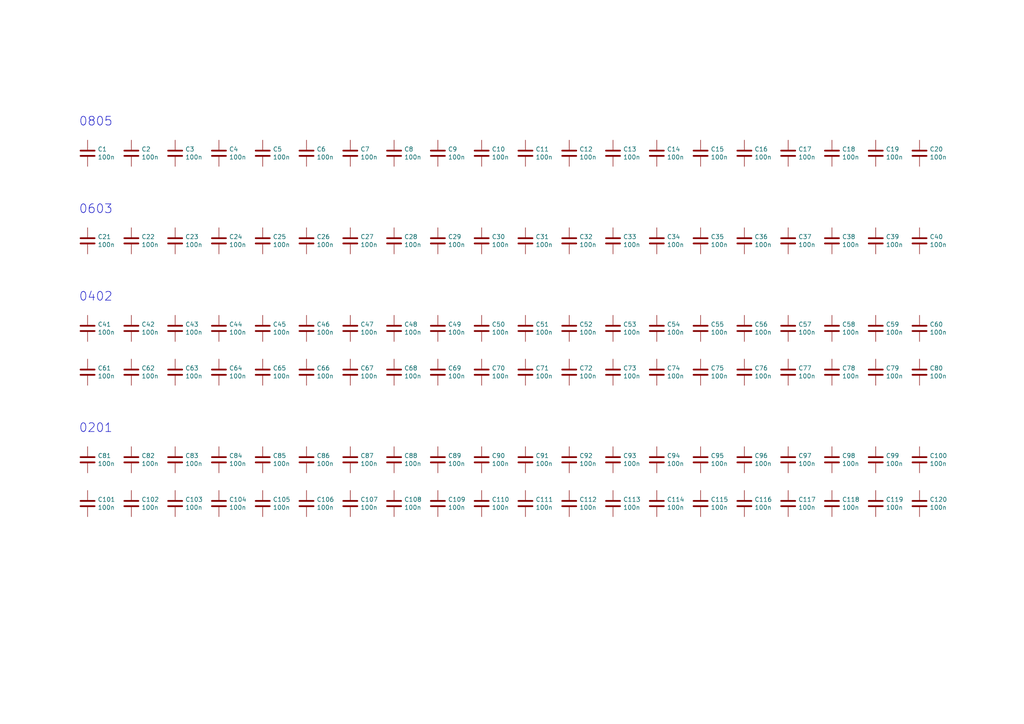
<source format=kicad_sch>
(kicad_sch (version 20231120) (generator "eeschema") (generator_version "8.0")
  (paper "A4")
  (lib_symbols
    (symbol "Device:C" (pin_numbers hide) (pin_names (offset 0.254))
      (property "Reference" "C" (at 0.635 2.54 0))
      (property "Value" "C" (at 0.635 -2.54 0))
      (symbol "C_0_1"
        (polyline (pts (xy -2.032 -0.762) (xy 2.032 -0.762)) (stroke (width 0.508)))
        (polyline (pts (xy -2.032 0.762) (xy 2.032 0.762)) (stroke (width 0.508)))
      )
      (symbol "C_1_1"
        (pin passive line (at 0 3.81 270) (length 2.794) (name "~") (number "1"))
        (pin passive line (at 0 -3.81 90) (length 2.794) (name "~") (number "2"))
      )
    )
  )
  (text "0201" (at 22.86 125.73 0) (effects (font (size 2.54 2.54)) (justify left bottom)))
  (text "0603" (at 22.86 62.23 0) (effects (font (size 2.54 2.54)) (justify left bottom)))
  (text "0402" (at 22.86 87.63 0) (effects (font (size 2.54 2.54)) (justify left bottom)))
  (text "0805" (at 22.86 36.83 0) (effects (font (size 2.54 2.54)) (justify left bottom)))
  (symbol (lib_id "Device:C") (at 25.4 44.45 0) (unit 1)
    (property "Reference" "C1" (at 28.321 43.2816 0) (effects (justify left)))
    (property "Value" "100n" (at 28.321 45.593 0) (effects (justify left)))
    (property "Footprint" "Capacitor_SMD:C_0805_2012Metric" (effects (hide yes)))
  )
  (symbol (lib_id "Device:C") (at 38.1 44.45 0) (unit 1)
    (property "Reference" "C2" (at 41.021 43.2816 0) (effects (justify left)))
    (property "Value" "100n" (at 41.021 45.593 0) (effects (justify left)))
    (property "Footprint" "Capacitor_SMD:C_0805_2012Metric" (effects (hide yes)))
  )
  (symbol (lib_id "Device:C") (at 50.8 44.45 0) (unit 1)
    (property "Reference" "C3" (at 53.721 43.2816 0) (effects (justify left)))
    (property "Value" "100n" (at 53.721 45.593 0) (effects (justify left)))
    (property "Footprint" "Capacitor_SMD:C_0805_2012Metric" (effects (hide yes)))
  )
  (symbol (lib_id "Device:C") (at 63.5 44.45 0) (unit 1)
    (property "Reference" "C4" (at 66.421 43.2816 0) (effects (justify left)))
    (property "Value" "100n" (at 66.421 45.593 0) (effects (justify left)))
    (property "Footprint" "Capacitor_SMD:C_0805_2012Metric" (effects (hide yes)))
  )
  (symbol (lib_id "Device:C") (at 76.2 44.45 0) (unit 1)
    (property "Reference" "C5" (at 79.121 43.2816 0) (effects (justify left)))
    (property "Value" "100n" (at 79.121 45.593 0) (effects (justify left)))
    (property "Footprint" "Capacitor_SMD:C_0805_2012Metric" (effects (hide yes)))
  )
  (symbol (lib_id "Device:C") (at 88.9 44.45 0) (unit 1)
    (property "Reference" "C6" (at 91.821 43.2816 0) (effects (justify left)))
    (property "Value" "100n" (at 91.821 45.593 0) (effects (justify left)))
    (property "Footprint" "Capacitor_SMD:C_0805_2012Metric" (effects (hide yes)))
  )
  (symbol (lib_id "Device:C") (at 101.6 44.45 0) (unit 1)
    (property "Reference" "C7" (at 104.521 43.2816 0) (effects (justify left)))
    (property "Value" "100n" (at 104.521 45.593 0) (effects (justify left)))
    (property "Footprint" "Capacitor_SMD:C_0805_2012Metric" (effects (hide yes)))
  )
  (symbol (lib_id "Device:C") (at 114.3 44.45 0) (unit 1)
    (property "Reference" "C8" (at 117.221 43.2816 0) (effects (justify left)))
    (property "Value" "100n" (at 117.221 45.593 0) (effects (justify left)))
    (property "Footprint" "Capacitor_SMD:C_0805_2012Metric" (effects (hide yes)))
  )
  (symbol (lib_id "Device:C") (at 127 44.45 0) (unit 1)
    (property "Reference" "C9" (at 129.921 43.2816 0) (effects (justify left)))
    (property "Value" "100n" (at 129.921 45.593 0) (effects (justify left)))
    (property "Footprint" "Capacitor_SMD:C_0805_2012Metric" (effects (hide yes)))
  )
  (symbol (lib_id "Device:C") (at 139.7 44.45 0) (unit 1)
    (property "Reference" "C10" (at 142.621 43.2816 0) (effects (justify left)))
    (property "Value" "100n" (at 142.621 45.593 0) (effects (justify left)))
    (property "Footprint" "Capacitor_SMD:C_0805_2012Metric" (effects (hide yes)))
  )
  (symbol (lib_id "Device:C") (at 152.4 44.45 0) (unit 1)
    (property "Reference" "C11" (at 155.321 43.2816 0) (effects (justify left)))
    (property "Value" "100n" (at 155.321 45.593 0) (effects (justify left)))
    (property "Footprint" "Capacitor_SMD:C_0805_2012Metric" (effects (hide yes)))
  )
  (symbol (lib_id "Device:C") (at 165.1 44.45 0) (unit 1)
    (property "Reference" "C12" (at 168.021 43.2816 0) (effects (justify left)))
    (property "Value" "100n" (at 168.021 45.593 0) (effects (justify left)))
    (property "Footprint" "Capacitor_SMD:C_0805_2012Metric" (effects (hide yes)))
  )
  (symbol (lib_id "Device:C") (at 177.8 44.45 0) (unit 1)
    (property "Reference" "C13" (at 180.721 43.2816 0) (effects (justify left)))
    (property "Value" "100n" (at 180.721 45.593 0) (effects (justify left)))
    (property "Footprint" "Capacitor_SMD:C_0805_2012Metric" (effects (hide yes)))
  )
  (symbol (lib_id "Device:C") (at 190.5 44.45 0) (unit 1)
    (property "Reference" "C14" (at 193.421 43.2816 0) (effects (justify left)))
    (property "Value" "100n" (at 193.421 45.593 0) (effects (justify left)))
    (property "Footprint" "Capacitor_SMD:C_0805_2012Metric" (effects (hide yes)))
  )
  (symbol (lib_id "Device:C") (at 203.2 44.45 0) (unit 1)
    (property "Reference" "C15" (at 206.121 43.2816 0) (effects (justify left)))
    (property "Value" "100n" (at 206.121 45.593 0) (effects (justify left)))
    (property "Footprint" "Capacitor_SMD:C_0805_2012Metric" (effects (hide yes)))
  )
  (symbol (lib_id "Device:C") (at 215.9 44.45 0) (unit 1)
    (property "Reference" "C16" (at 218.821 43.2816 0) (effects (justify left)))
    (property "Value" "100n" (at 218.821 45.593 0) (effects (justify left)))
    (property "Footprint" "Capacitor_SMD:C_0805_2012Metric" (effects (hide yes)))
  )
  (symbol (lib_id "Device:C") (at 228.6 44.45 0) (unit 1)
    (property "Reference" "C17" (at 231.521 43.2816 0) (effects (justify left)))
    (property "Value" "100n" (at 231.521 45.593 0) (effects (justify left)))
    (property "Footprint" "Capacitor_SMD:C_0805_2012Metric" (effects (hide yes)))
  )
  (symbol (lib_id "Device:C") (at 241.3 44.45 0) (unit 1)
    (property "Reference" "C18" (at 244.221 43.2816 0) (effects (justify left)))
    (property "Value" "100n" (at 244.221 45.593 0) (effects (justify left)))
    (property "Footprint" "Capacitor_SMD:C_0805_2012Metric" (effects (hide yes)))
  )
  (symbol (lib_id "Device:C") (at 254 44.45 0) (unit 1)
    (property "Reference" "C19" (at 256.921 43.2816 0) (effects (justify left)))
    (property "Value" "100n" (at 256.921 45.593 0) (effects (justify left)))
    (property "Footprint" "Capacitor_SMD:C_0805_2012Metric" (effects (hide yes)))
  )
  (symbol (lib_id "Device:C") (at 266.7 44.45 0) (unit 1)
    (property "Reference" "C20" (at 269.621 43.2816 0) (effects (justify left)))
    (property "Value" "100n" (at 269.621 45.593 0) (effects (justify left)))
    (property "Footprint" "Capacitor_SMD:C_0805_2012Metric" (effects (hide yes)))
  )
  (symbol (lib_id "Device:C") (at 25.4 69.85 0) (unit 1)
    (property "Reference" "C21" (at 28.321 68.6816 0) (effects (justify left)))
    (property "Value" "100n" (at 28.321 70.993 0) (effects (justify left)))
    (property "Footprint" "Capacitor_SMD:C_0603_1608Metric" (effects (hide yes)))
  )
  (symbol (lib_id "Device:C") (at 38.1 69.85 0) (unit 1)
    (property "Reference" "C22" (at 41.021 68.6816 0) (effects (justify left)))
    (property "Value" "100n" (at 41.021 70.993 0) (effects (justify left)))
    (property "Footprint" "Capacitor_SMD:C_0603_1608Metric" (effects (hide yes)))
  )
  (symbol (lib_id "Device:C") (at 50.8 69.85 0) (unit 1)
    (property "Reference" "C23" (at 53.721 68.6816 0) (effects (justify left)))
    (property "Value" "100n" (at 53.721 70.993 0) (effects (justify left)))
    (property "Footprint" "Capacitor_SMD:C_0603_1608Metric" (effects (hide yes)))
  )
  (symbol (lib_id "Device:C") (at 63.5 69.85 0) (unit 1)
    (property "Reference" "C24" (at 66.421 68.6816 0) (effects (justify left)))
    (property "Value" "100n" (at 66.421 70.993 0) (effects (justify left)))
    (property "Footprint" "Capacitor_SMD:C_0603_1608Metric" (effects (hide yes)))
  )
  (symbol (lib_id "Device:C") (at 76.2 69.85 0) (unit 1)
    (property "Reference" "C25" (at 79.121 68.6816 0) (effects (justify left)))
    (property "Value" "100n" (at 79.121 70.993 0) (effects (justify left)))
    (property "Footprint" "Capacitor_SMD:C_0603_1608Metric" (effects (hide yes)))
  )
  (symbol (lib_id "Device:C") (at 88.9 69.85 0) (unit 1)
    (property "Reference" "C26" (at 91.821 68.6816 0) (effects (justify left)))
    (property "Value" "100n" (at 91.821 70.993 0) (effects (justify left)))
    (property "Footprint" "Capacitor_SMD:C_0603_1608Metric" (effects (hide yes)))
  )
  (symbol (lib_id "Device:C") (at 101.6 69.85 0) (unit 1)
    (property "Reference" "C27" (at 104.521 68.6816 0) (effects (justify left)))
    (property "Value" "100n" (at 104.521 70.993 0) (effects (justify left)))
    (property "Footprint" "Capacitor_SMD:C_0603_1608Metric" (effects (hide yes)))
  )
  (symbol (lib_id "Device:C") (at 114.3 69.85 0) (unit 1)
    (property "Reference" "C28" (at 117.221 68.6816 0) (effects (justify left)))
    (property "Value" "100n" (at 117.221 70.993 0) (effects (justify left)))
    (property "Footprint" "Capacitor_SMD:C_0603_1608Metric" (effects (hide yes)))
  )
  (symbol (lib_id "Device:C") (at 127 69.85 0) (unit 1)
    (property "Reference" "C29" (at 129.921 68.6816 0) (effects (justify left)))
    (property "Value" "100n" (at 129.921 70.993 0) (effects (justify left)))
    (property "Footprint" "Capacitor_SMD:C_0603_1608Metric" (effects (hide yes)))
  )
  (symbol (lib_id "Device:C") (at 139.7 69.85 0) (unit 1)
    (property "Reference" "C30" (at 142.621 68.6816 0) (effects (justify left)))
    (property "Value" "100n" (at 142.621 70.993 0) (effects (justify left)))
    (property "Footprint" "Capacitor_SMD:C_0603_1608Metric" (effects (hide yes)))
  )
  (symbol (lib_id "Device:C") (at 152.4 69.85 0) (unit 1)
    (property "Reference" "C31" (at 155.321 68.6816 0) (effects (justify left)))
    (property "Value" "100n" (at 155.321 70.993 0) (effects (justify left)))
    (property "Footprint" "Capacitor_SMD:C_0603_1608Metric" (effects (hide yes)))
  )
  (symbol (lib_id "Device:C") (at 165.1 69.85 0) (unit 1)
    (property "Reference" "C32" (at 168.021 68.6816 0) (effects (justify left)))
    (property "Value" "100n" (at 168.021 70.993 0) (effects (justify left)))
    (property "Footprint" "Capacitor_SMD:C_0603_1608Metric" (effects (hide yes)))
  )
  (symbol (lib_id "Device:C") (at 177.8 69.85 0) (unit 1)
    (property "Reference" "C33" (at 180.721 68.6816 0) (effects (justify left)))
    (property "Value" "100n" (at 180.721 70.993 0) (effects (justify left)))
    (property "Footprint" "Capacitor_SMD:C_0603_1608Metric" (effects (hide yes)))
  )
  (symbol (lib_id "Device:C") (at 190.5 69.85 0) (unit 1)
    (property "Reference" "C34" (at 193.421 68.6816 0) (effects (justify left)))
    (property "Value" "100n" (at 193.421 70.993 0) (effects (justify left)))
    (property "Footprint" "Capacitor_SMD:C_0603_1608Metric" (effects (hide yes)))
  )
  (symbol (lib_id "Device:C") (at 203.2 69.85 0) (unit 1)
    (property "Reference" "C35" (at 206.121 68.6816 0) (effects (justify left)))
    (property "Value" "100n" (at 206.121 70.993 0) (effects (justify left)))
    (property "Footprint" "Capacitor_SMD:C_0603_1608Metric" (effects (hide yes)))
  )
  (symbol (lib_id "Device:C") (at 215.9 69.85 0) (unit 1)
    (property "Reference" "C36" (at 218.821 68.6816 0) (effects (justify left)))
    (property "Value" "100n" (at 218.821 70.993 0) (effects (justify left)))
    (property "Footprint" "Capacitor_SMD:C_0603_1608Metric" (effects (hide yes)))
  )
  (symbol (lib_id "Device:C") (at 228.6 69.85 0) (unit 1)
    (property "Reference" "C37" (at 231.521 68.6816 0) (effects (justify left)))
    (property "Value" "100n" (at 231.521 70.993 0) (effects (justify left)))
    (property "Footprint" "Capacitor_SMD:C_0603_1608Metric" (effects (hide yes)))
  )
  (symbol (lib_id "Device:C") (at 241.3 69.85 0) (unit 1)
    (property "Reference" "C38" (at 244.221 68.6816 0) (effects (justify left)))
    (property "Value" "100n" (at 244.221 70.993 0) (effects (justify left)))
    (property "Footprint" "Capacitor_SMD:C_0603_1608Metric" (effects (hide yes)))
  )
  (symbol (lib_id "Device:C") (at 254 69.85 0) (unit 1)
    (property "Reference" "C39" (at 256.921 68.6816 0) (effects (justify left)))
    (property "Value" "100n" (at 256.921 70.993 0) (effects (justify left)))
    (property "Footprint" "Capacitor_SMD:C_0603_1608Metric" (effects (hide yes)))
  )
  (symbol (lib_id "Device:C") (at 266.7 69.85 0) (unit 1)
    (property "Reference" "C40" (at 269.621 68.6816 0) (effects (justify left)))
    (property "Value" "100n" (at 269.621 70.993 0) (effects (justify left)))
    (property "Footprint" "Capacitor_SMD:C_0603_1608Metric" (effects (hide yes)))
  )
  (symbol (lib_id "Device:C") (at 25.4 95.25 0) (unit 1)
    (property "Reference" "C41" (at 28.321 94.0816 0) (effects (justify left)))
    (property "Value" "100n" (at 28.321 96.393 0) (effects (justify left)))
    (property "Footprint" "Capacitor_SMD:C_0402_1005Metric" (effects (hide yes)))
  )
  (symbol (lib_id "Device:C") (at 38.1 95.25 0) (unit 1)
    (property "Reference" "C42" (at 41.021 94.0816 0) (effects (justify left)))
    (property "Value" "100n" (at 41.021 96.393 0) (effects (justify left)))
    (property "Footprint" "Capacitor_SMD:C_0402_1005Metric" (effects (hide yes)))
  )
  (symbol (lib_id "Device:C") (at 50.8 95.25 0) (unit 1)
    (property "Reference" "C43" (at 53.721 94.0816 0) (effects (justify left)))
    (property "Value" "100n" (at 53.721 96.393 0) (effects (justify left)))
    (property "Footprint" "Capacitor_SMD:C_0402_1005Metric" (effects (hide yes)))
  )
  (symbol (lib_id "Device:C") (at 63.5 95.25 0) (unit 1)
    (property "Reference" "C44" (at 66.421 94.0816 0) (effects (justify left)))
    (property "Value" "100n" (at 66.421 96.393 0) (effects (justify left)))
    (property "Footprint" "Capacitor_SMD:C_0402_1005Metric" (effects (hide yes)))
  )
  (symbol (lib_id "Device:C") (at 76.2 95.25 0) (unit 1)
    (property "Reference" "C45" (at 79.121 94.0816 0) (effects (justify left)))
    (property "Value" "100n" (at 79.121 96.393 0) (effects (justify left)))
    (property "Footprint" "Capacitor_SMD:C_0402_1005Metric" (effects (hide yes)))
  )
  (symbol (lib_id "Device:C") (at 88.9 95.25 0) (unit 1)
    (property "Reference" "C46" (at 91.821 94.0816 0) (effects (justify left)))
    (property "Value" "100n" (at 91.821 96.393 0) (effects (justify left)))
    (property "Footprint" "Capacitor_SMD:C_0402_1005Metric" (effects (hide yes)))
  )
  (symbol (lib_id "Device:C") (at 101.6 95.25 0) (unit 1)
    (property "Reference" "C47" (at 104.521 94.0816 0) (effects (justify left)))
    (property "Value" "100n" (at 104.521 96.393 0) (effects (justify left)))
    (property "Footprint" "Capacitor_SMD:C_0402_1005Metric" (effects (hide yes)))
  )
  (symbol (lib_id "Device:C") (at 114.3 95.25 0) (unit 1)
    (property "Reference" "C48" (at 117.221 94.0816 0) (effects (justify left)))
    (property "Value" "100n" (at 117.221 96.393 0) (effects (justify left)))
    (property "Footprint" "Capacitor_SMD:C_0402_1005Metric" (effects (hide yes)))
  )
  (symbol (lib_id "Device:C") (at 127 95.25 0) (unit 1)
    (property "Reference" "C49" (at 129.921 94.0816 0) (effects (justify left)))
    (property "Value" "100n" (at 129.921 96.393 0) (effects (justify left)))
    (property "Footprint" "Capacitor_SMD:C_0402_1005Metric" (effects (hide yes)))
  )
  (symbol (lib_id "Device:C") (at 139.7 95.25 0) (unit 1)
    (property "Reference" "C50" (at 142.621 94.0816 0) (effects (justify left)))
    (property "Value" "100n" (at 142.621 96.393 0) (effects (justify left)))
    (property "Footprint" "Capacitor_SMD:C_0402_1005Metric" (effects (hide yes)))
  )
  (symbol (lib_id "Device:C") (at 152.4 95.25 0) (unit 1)
    (property "Reference" "C51" (at 155.321 94.0816 0) (effects (justify left)))
    (property "Value" "100n" (at 155.321 96.393 0) (effects (justify left)))
    (property "Footprint" "Capacitor_SMD:C_0402_1005Metric" (effects (hide yes)))
  )
  (symbol (lib_id "Device:C") (at 165.1 95.25 0) (unit 1)
    (property "Reference" "C52" (at 168.021 94.0816 0) (effects (justify left)))
    (property "Value" "100n" (at 168.021 96.393 0) (effects (justify left)))
    (property "Footprint" "Capacitor_SMD:C_0402_1005Metric" (effects (hide yes)))
  )
  (symbol (lib_id "Device:C") (at 177.8 95.25 0) (unit 1)
    (property "Reference" "C53" (at 180.721 94.0816 0) (effects (justify left)))
    (property "Value" "100n" (at 180.721 96.393 0) (effects (justify left)))
    (property "Footprint" "Capacitor_SMD:C_0402_1005Metric" (effects (hide yes)))
  )
  (symbol (lib_id "Device:C") (at 190.5 95.25 0) (unit 1)
    (property "Reference" "C54" (at 193.421 94.0816 0) (effects (justify left)))
    (property "Value" "100n" (at 193.421 96.393 0) (effects (justify left)))
    (property "Footprint" "Capacitor_SMD:C_0402_1005Metric" (effects (hide yes)))
  )
  (symbol (lib_id "Device:C") (at 203.2 95.25 0) (unit 1)
    (property "Reference" "C55" (at 206.121 94.0816 0) (effects (justify left)))
    (property "Value" "100n" (at 206.121 96.393 0) (effects (justify left)))
    (property "Footprint" "Capacitor_SMD:C_0402_1005Metric" (effects (hide yes)))
  )
  (symbol (lib_id "Device:C") (at 215.9 95.25 0) (unit 1)
    (property "Reference" "C56" (at 218.821 94.0816 0) (effects (justify left)))
    (property "Value" "100n" (at 218.821 96.393 0) (effects (justify left)))
    (property "Footprint" "Capacitor_SMD:C_0402_1005Metric" (effects (hide yes)))
  )
  (symbol (lib_id "Device:C") (at 228.6 95.25 0) (unit 1)
    (property "Reference" "C57" (at 231.521 94.0816 0) (effects (justify left)))
    (property "Value" "100n" (at 231.521 96.393 0) (effects (justify left)))
    (property "Footprint" "Capacitor_SMD:C_0402_1005Metric" (effects (hide yes)))
  )
  (symbol (lib_id "Device:C") (at 241.3 95.25 0) (unit 1)
    (property "Reference" "C58" (at 244.221 94.0816 0) (effects (justify left)))
    (property "Value" "100n" (at 244.221 96.393 0) (effects (justify left)))
    (property "Footprint" "Capacitor_SMD:C_0402_1005Metric" (effects (hide yes)))
  )
  (symbol (lib_id "Device:C") (at 254 95.25 0) (unit 1)
    (property "Reference" "C59" (at 256.921 94.0816 0) (effects (justify left)))
    (property "Value" "100n" (at 256.921 96.393 0) (effects (justify left)))
    (property "Footprint" "Capacitor_SMD:C_0402_1005Metric" (effects (hide yes)))
  )
  (symbol (lib_id "Device:C") (at 266.7 95.25 0) (unit 1)
    (property "Reference" "C60" (at 269.621 94.0816 0) (effects (justify left)))
    (property "Value" "100n" (at 269.621 96.393 0) (effects (justify left)))
    (property "Footprint" "Capacitor_SMD:C_0402_1005Metric" (effects (hide yes)))
  )
  (symbol (lib_id "Device:C") (at 25.4 133.35 0) (unit 1)
    (property "Reference" "C81" (at 28.321 132.1816 0) (effects (justify left)))
    (property "Value" "100n" (at 28.321 134.493 0) (effects (justify left)))
    (property "Footprint" "Capacitor_SMD:C_0201_0603Metric" (effects (hide yes)))
  )
  (symbol (lib_id "Device:C") (at 38.1 133.35 0) (unit 1)
    (property "Reference" "C82" (at 41.021 132.1816 0) (effects (justify left)))
    (property "Value" "100n" (at 41.021 134.493 0) (effects (justify left)))
    (property "Footprint" "Capacitor_SMD:C_0201_0603Metric" (effects (hide yes)))
  )
  (symbol (lib_id "Device:C") (at 50.8 133.35 0) (unit 1)
    (property "Reference" "C83" (at 53.721 132.1816 0) (effects (justify left)))
    (property "Value" "100n" (at 53.721 134.493 0) (effects (justify left)))
    (property "Footprint" "Capacitor_SMD:C_0201_0603Metric" (effects (hide yes)))
  )
  (symbol (lib_id "Device:C") (at 63.5 133.35 0) (unit 1)
    (property "Reference" "C84" (at 66.421 132.1816 0) (effects (justify left)))
    (property "Value" "100n" (at 66.421 134.493 0) (effects (justify left)))
    (property "Footprint" "Capacitor_SMD:C_0201_0603Metric" (effects (hide yes)))
  )
  (symbol (lib_id "Device:C") (at 76.2 133.35 0) (unit 1)
    (property "Reference" "C85" (at 79.121 132.1816 0) (effects (justify left)))
    (property "Value" "100n" (at 79.121 134.493 0) (effects (justify left)))
    (property "Footprint" "Capacitor_SMD:C_0201_0603Metric" (effects (hide yes)))
  )
  (symbol (lib_id "Device:C") (at 88.9 133.35 0) (unit 1)
    (property "Reference" "C86" (at 91.821 132.1816 0) (effects (justify left)))
    (property "Value" "100n" (at 91.821 134.493 0) (effects (justify left)))
    (property "Footprint" "Capacitor_SMD:C_0201_0603Metric" (effects (hide yes)))
  )
  (symbol (lib_id "Device:C") (at 101.6 133.35 0) (unit 1)
    (property "Reference" "C87" (at 104.521 132.1816 0) (effects (justify left)))
    (property "Value" "100n" (at 104.521 134.493 0) (effects (justify left)))
    (property "Footprint" "Capacitor_SMD:C_0201_0603Metric" (effects (hide yes)))
  )
  (symbol (lib_id "Device:C") (at 114.3 133.35 0) (unit 1)
    (property "Reference" "C88" (at 117.221 132.1816 0) (effects (justify left)))
    (property "Value" "100n" (at 117.221 134.493 0) (effects (justify left)))
    (property "Footprint" "Capacitor_SMD:C_0201_0603Metric" (effects (hide yes)))
  )
  (symbol (lib_id "Device:C") (at 127 133.35 0) (unit 1)
    (property "Reference" "C89" (at 129.921 132.1816 0) (effects (justify left)))
    (property "Value" "100n" (at 129.921 134.493 0) (effects (justify left)))
    (property "Footprint" "Capacitor_SMD:C_0201_0603Metric" (effects (hide yes)))
  )
  (symbol (lib_id "Device:C") (at 139.7 133.35 0) (unit 1)
    (property "Reference" "C90" (at 142.621 132.1816 0) (effects (justify left)))
    (property "Value" "100n" (at 142.621 134.493 0) (effects (justify left)))
    (property "Footprint" "Capacitor_SMD:C_0201_0603Metric" (effects (hide yes)))
  )
  (symbol (lib_id "Device:C") (at 152.4 133.35 0) (unit 1)
    (property "Reference" "C91" (at 155.321 132.1816 0) (effects (justify left)))
    (property "Value" "100n" (at 155.321 134.493 0) (effects (justify left)))
    (property "Footprint" "Capacitor_SMD:C_0201_0603Metric" (effects (hide yes)))
  )
  (symbol (lib_id "Device:C") (at 165.1 133.35 0) (unit 1)
    (property "Reference" "C92" (at 168.021 132.1816 0) (effects (justify left)))
    (property "Value" "100n" (at 168.021 134.493 0) (effects (justify left)))
    (property "Footprint" "Capacitor_SMD:C_0201_0603Metric" (effects (hide yes)))
  )
  (symbol (lib_id "Device:C") (at 177.8 133.35 0) (unit 1)
    (property "Reference" "C93" (at 180.721 132.1816 0) (effects (justify left)))
    (property "Value" "100n" (at 180.721 134.493 0) (effects (justify left)))
    (property "Footprint" "Capacitor_SMD:C_0201_0603Metric" (effects (hide yes)))
  )
  (symbol (lib_id "Device:C") (at 190.5 133.35 0) (unit 1)
    (property "Reference" "C94" (at 193.421 132.1816 0) (effects (justify left)))
    (property "Value" "100n" (at 193.421 134.493 0) (effects (justify left)))
    (property "Footprint" "Capacitor_SMD:C_0201_0603Metric" (effects (hide yes)))
  )
  (symbol (lib_id "Device:C") (at 203.2 133.35 0) (unit 1)
    (property "Reference" "C95" (at 206.121 132.1816 0) (effects (justify left)))
    (property "Value" "100n" (at 206.121 134.493 0) (effects (justify left)))
    (property "Footprint" "Capacitor_SMD:C_0201_0603Metric" (effects (hide yes)))
  )
  (symbol (lib_id "Device:C") (at 215.9 133.35 0) (unit 1)
    (property "Reference" "C96" (at 218.821 132.1816 0) (effects (justify left)))
    (property "Value" "100n" (at 218.821 134.493 0) (effects (justify left)))
    (property "Footprint" "Capacitor_SMD:C_0201_0603Metric" (effects (hide yes)))
  )
  (symbol (lib_id "Device:C") (at 228.6 133.35 0) (unit 1)
    (property "Reference" "C97" (at 231.521 132.1816 0) (effects (justify left)))
    (property "Value" "100n" (at 231.521 134.493 0) (effects (justify left)))
    (property "Footprint" "Capacitor_SMD:C_0201_0603Metric" (effects (hide yes)))
  )
  (symbol (lib_id "Device:C") (at 241.3 133.35 0) (unit 1)
    (property "Reference" "C98" (at 244.221 132.1816 0) (effects (justify left)))
    (property "Value" "100n" (at 244.221 134.493 0) (effects (justify left)))
    (property "Footprint" "Capacitor_SMD:C_0201_0603Metric" (effects (hide yes)))
  )
  (symbol (lib_id "Device:C") (at 254 133.35 0) (unit 1)
    (property "Reference" "C99" (at 256.921 132.1816 0) (effects (justify left)))
    (property "Value" "100n" (at 256.921 134.493 0) (effects (justify left)))
    (property "Footprint" "Capacitor_SMD:C_0201_0603Metric" (effects (hide yes)))
  )
  (symbol (lib_id "Device:C") (at 266.7 133.35 0) (unit 1)
    (property "Reference" "C100" (at 269.621 132.1816 0) (effects (justify left)))
    (property "Value" "100n" (at 269.621 134.493 0) (effects (justify left)))
    (property "Footprint" "Capacitor_SMD:C_0201_0603Metric" (effects (hide yes)))
  )
  (symbol (lib_id "Device:C") (at 25.4 107.95 0) (unit 1)
    (property "Reference" "C61" (at 28.321 106.7816 0) (effects (justify left)))
    (property "Value" "100n" (at 28.321 109.093 0) (effects (justify left)))
    (property "Footprint" "Capacitor_SMD:C_0402_1005Metric" (effects (hide yes)))
  )
  (symbol (lib_id "Device:C") (at 38.1 107.95 0) (unit 1)
    (property "Reference" "C62" (at 41.021 106.7816 0) (effects (justify left)))
    (property "Value" "100n" (at 41.021 109.093 0) (effects (justify left)))
    (property "Footprint" "Capacitor_SMD:C_0402_1005Metric" (effects (hide yes)))
  )
  (symbol (lib_id "Device:C") (at 50.8 107.95 0) (unit 1)
    (property "Reference" "C63" (at 53.721 106.7816 0) (effects (justify left)))
    (property "Value" "100n" (at 53.721 109.093 0) (effects (justify left)))
    (property "Footprint" "Capacitor_SMD:C_0402_1005Metric" (effects (hide yes)))
  )
  (symbol (lib_id "Device:C") (at 63.5 107.95 0) (unit 1)
    (property "Reference" "C64" (at 66.421 106.7816 0) (effects (justify left)))
    (property "Value" "100n" (at 66.421 109.093 0) (effects (justify left)))
    (property "Footprint" "Capacitor_SMD:C_0402_1005Metric" (effects (hide yes)))
  )
  (symbol (lib_id "Device:C") (at 76.2 107.95 0) (unit 1)
    (property "Reference" "C65" (at 79.121 106.7816 0) (effects (justify left)))
    (property "Value" "100n" (at 79.121 109.093 0) (effects (justify left)))
    (property "Footprint" "Capacitor_SMD:C_0402_1005Metric" (effects (hide yes)))
  )
  (symbol (lib_id "Device:C") (at 88.9 107.95 0) (unit 1)
    (property "Reference" "C66" (at 91.821 106.7816 0) (effects (justify left)))
    (property "Value" "100n" (at 91.821 109.093 0) (effects (justify left)))
    (property "Footprint" "Capacitor_SMD:C_0402_1005Metric" (effects (hide yes)))
  )
  (symbol (lib_id "Device:C") (at 101.6 107.95 0) (unit 1)
    (property "Reference" "C67" (at 104.521 106.7816 0) (effects (justify left)))
    (property "Value" "100n" (at 104.521 109.093 0) (effects (justify left)))
    (property "Footprint" "Capacitor_SMD:C_0402_1005Metric" (effects (hide yes)))
  )
  (symbol (lib_id "Device:C") (at 114.3 107.95 0) (unit 1)
    (property "Reference" "C68" (at 117.221 106.7816 0) (effects (justify left)))
    (property "Value" "100n" (at 117.221 109.093 0) (effects (justify left)))
    (property "Footprint" "Capacitor_SMD:C_0402_1005Metric" (effects (hide yes)))
  )
  (symbol (lib_id "Device:C") (at 127 107.95 0) (unit 1)
    (property "Reference" "C69" (at 129.921 106.7816 0) (effects (justify left)))
    (property "Value" "100n" (at 129.921 109.093 0) (effects (justify left)))
    (property "Footprint" "Capacitor_SMD:C_0402_1005Metric" (effects (hide yes)))
  )
  (symbol (lib_id "Device:C") (at 139.7 107.95 0) (unit 1)
    (property "Reference" "C70" (at 142.621 106.7816 0) (effects (justify left)))
    (property "Value" "100n" (at 142.621 109.093 0) (effects (justify left)))
    (property "Footprint" "Capacitor_SMD:C_0402_1005Metric" (effects (hide yes)))
  )
  (symbol (lib_id "Device:C") (at 152.4 107.95 0) (unit 1)
    (property "Reference" "C71" (at 155.321 106.7816 0) (effects (justify left)))
    (property "Value" "100n" (at 155.321 109.093 0) (effects (justify left)))
    (property "Footprint" "Capacitor_SMD:C_0402_1005Metric" (effects (hide yes)))
  )
  (symbol (lib_id "Device:C") (at 165.1 107.95 0) (unit 1)
    (property "Reference" "C72" (at 168.021 106.7816 0) (effects (justify left)))
    (property "Value" "100n" (at 168.021 109.093 0) (effects (justify left)))
    (property "Footprint" "Capacitor_SMD:C_0402_1005Metric" (effects (hide yes)))
  )
  (symbol (lib_id "Device:C") (at 177.8 107.95 0) (unit 1)
    (property "Reference" "C73" (at 180.721 106.7816 0) (effects (justify left)))
    (property "Value" "100n" (at 180.721 109.093 0) (effects (justify left)))
    (property "Footprint" "Capacitor_SMD:C_0402_1005Metric" (effects (hide yes)))
  )
  (symbol (lib_id "Device:C") (at 190.5 107.95 0) (unit 1)
    (property "Reference" "C74" (at 193.421 106.7816 0) (effects (justify left)))
    (property "Value" "100n" (at 193.421 109.093 0) (effects (justify left)))
    (property "Footprint" "Capacitor_SMD:C_0402_1005Metric" (effects (hide yes)))
  )
  (symbol (lib_id "Device:C") (at 203.2 107.95 0) (unit 1)
    (property "Reference" "C75" (at 206.121 106.7816 0) (effects (justify left)))
    (property "Value" "100n" (at 206.121 109.093 0) (effects (justify left)))
    (property "Footprint" "Capacitor_SMD:C_0402_1005Metric" (effects (hide yes)))
  )
  (symbol (lib_id "Device:C") (at 215.9 107.95 0) (unit 1)
    (property "Reference" "C76" (at 218.821 106.7816 0) (effects (justify left)))
    (property "Value" "100n" (at 218.821 109.093 0) (effects (justify left)))
    (property "Footprint" "Capacitor_SMD:C_0402_1005Metric" (effects (hide yes)))
  )
  (symbol (lib_id "Device:C") (at 228.6 107.95 0) (unit 1)
    (property "Reference" "C77" (at 231.521 106.7816 0) (effects (justify left)))
    (property "Value" "100n" (at 231.521 109.093 0) (effects (justify left)))
    (property "Footprint" "Capacitor_SMD:C_0402_1005Metric" (effects (hide yes)))
  )
  (symbol (lib_id "Device:C") (at 241.3 107.95 0) (unit 1)
    (property "Reference" "C78" (at 244.221 106.7816 0) (effects (justify left)))
    (property "Value" "100n" (at 244.221 109.093 0) (effects (justify left)))
    (property "Footprint" "Capacitor_SMD:C_0402_1005Metric" (effects (hide yes)))
  )
  (symbol (lib_id "Device:C") (at 254 107.95 0) (unit 1)
    (property "Reference" "C79" (at 256.921 106.7816 0) (effects (justify left)))
    (property "Value" "100n" (at 256.921 109.093 0) (effects (justify left)))
    (property "Footprint" "Capacitor_SMD:C_0402_1005Metric" (effects (hide yes)))
  )
  (symbol (lib_id "Device:C") (at 266.7 107.95 0) (unit 1)
    (property "Reference" "C80" (at 269.621 106.7816 0) (effects (justify left)))
    (property "Value" "100n" (at 269.621 109.093 0) (effects (justify left)))
    (property "Footprint" "Capacitor_SMD:C_0402_1005Metric" (effects (hide yes)))
  )
  (symbol (lib_id "Device:C") (at 25.4 146.05 0) (unit 1)
    (property "Reference" "C101" (at 28.321 144.8816 0) (effects (justify left)))
    (property "Value" "100n" (at 28.321 147.193 0) (effects (justify left)))
    (property "Footprint" "Capacitor_SMD:C_0201_0603Metric" (effects (hide yes)))
  )
  (symbol (lib_id "Device:C") (at 38.1 146.05 0) (unit 1)
    (property "Reference" "C102" (at 41.021 144.8816 0) (effects (justify left)))
    (property "Value" "100n" (at 41.021 147.193 0) (effects (justify left)))
    (property "Footprint" "Capacitor_SMD:C_0201_0603Metric" (effects (hide yes)))
  )
  (symbol (lib_id "Device:C") (at 50.8 146.05 0) (unit 1)
    (property "Reference" "C103" (at 53.721 144.8816 0) (effects (justify left)))
    (property "Value" "100n" (at 53.721 147.193 0) (effects (justify left)))
    (property "Footprint" "Capacitor_SMD:C_0201_0603Metric" (effects (hide yes)))
  )
  (symbol (lib_id "Device:C") (at 63.5 146.05 0) (unit 1)
    (property "Reference" "C104" (at 66.421 144.8816 0) (effects (justify left)))
    (property "Value" "100n" (at 66.421 147.193 0) (effects (justify left)))
    (property "Footprint" "Capacitor_SMD:C_0201_0603Metric" (effects (hide yes)))
  )
  (symbol (lib_id "Device:C") (at 76.2 146.05 0) (unit 1)
    (property "Reference" "C105" (at 79.121 144.8816 0) (effects (justify left)))
    (property "Value" "100n" (at 79.121 147.193 0) (effects (justify left)))
    (property "Footprint" "Capacitor_SMD:C_0201_0603Metric" (effects (hide yes)))
  )
  (symbol (lib_id "Device:C") (at 88.9 146.05 0) (unit 1)
    (property "Reference" "C106" (at 91.821 144.8816 0) (effects (justify left)))
    (property "Value" "100n" (at 91.821 147.193 0) (effects (justify left)))
    (property "Footprint" "Capacitor_SMD:C_0201_0603Metric" (effects (hide yes)))
  )
  (symbol (lib_id "Device:C") (at 101.6 146.05 0) (unit 1)
    (property "Reference" "C107" (at 104.521 144.8816 0) (effects (justify left)))
    (property "Value" "100n" (at 104.521 147.193 0) (effects (justify left)))
    (property "Footprint" "Capacitor_SMD:C_0201_0603Metric" (effects (hide yes)))
  )
  (symbol (lib_id "Device:C") (at 114.3 146.05 0) (unit 1)
    (property "Reference" "C108" (at 117.221 144.8816 0) (effects (justify left)))
    (property "Value" "100n" (at 117.221 147.193 0) (effects (justify left)))
    (property "Footprint" "Capacitor_SMD:C_0201_0603Metric" (effects (hide yes)))
  )
  (symbol (lib_id "Device:C") (at 127 146.05 0) (unit 1)
    (property "Reference" "C109" (at 129.921 144.8816 0) (effects (justify left)))
    (property "Value" "100n" (at 129.921 147.193 0) (effects (justify left)))
    (property "Footprint" "Capacitor_SMD:C_0201_0603Metric" (effects (hide yes)))
  )
  (symbol (lib_id "Device:C") (at 139.7 146.05 0) (unit 1)
    (property "Reference" "C110" (at 142.621 144.8816 0) (effects (justify left)))
    (property "Value" "100n" (at 142.621 147.193 0) (effects (justify left)))
    (property "Footprint" "Capacitor_SMD:C_0201_0603Metric" (effects (hide yes)))
  )
  (symbol (lib_id "Device:C") (at 152.4 146.05 0) (unit 1)
    (property "Reference" "C111" (at 155.321 144.8816 0) (effects (justify left)))
    (property "Value" "100n" (at 155.321 147.193 0) (effects (justify left)))
    (property "Footprint" "Capacitor_SMD:C_0201_0603Metric" (effects (hide yes)))
  )
  (symbol (lib_id "Device:C") (at 165.1 146.05 0) (unit 1)
    (property "Reference" "C112" (at 168.021 144.8816 0) (effects (justify left)))
    (property "Value" "100n" (at 168.021 147.193 0) (effects (justify left)))
    (property "Footprint" "Capacitor_SMD:C_0201_0603Metric" (effects (hide yes)))
  )
  (symbol (lib_id "Device:C") (at 177.8 146.05 0) (unit 1)
    (property "Reference" "C113" (at 180.721 144.8816 0) (effects (justify left)))
    (property "Value" "100n" (at 180.721 147.193 0) (effects (justify left)))
    (property "Footprint" "Capacitor_SMD:C_0201_0603Metric" (effects (hide yes)))
  )
  (symbol (lib_id "Device:C") (at 190.5 146.05 0) (unit 1)
    (property "Reference" "C114" (at 193.421 144.8816 0) (effects (justify left)))
    (property "Value" "100n" (at 193.421 147.193 0) (effects (justify left)))
    (property "Footprint" "Capacitor_SMD:C_0201_0603Metric" (effects (hide yes)))
  )
  (symbol (lib_id "Device:C") (at 203.2 146.05 0) (unit 1)
    (property "Reference" "C115" (at 206.121 144.8816 0) (effects (justify left)))
    (property "Value" "100n" (at 206.121 147.193 0) (effects (justify left)))
    (property "Footprint" "Capacitor_SMD:C_0201_0603Metric" (effects (hide yes)))
  )
  (symbol (lib_id "Device:C") (at 215.9 146.05 0) (unit 1)
    (property "Reference" "C116" (at 218.821 144.8816 0) (effects (justify left)))
    (property "Value" "100n" (at 218.821 147.193 0) (effects (justify left)))
    (property "Footprint" "Capacitor_SMD:C_0201_0603Metric" (effects (hide yes)))
  )
  (symbol (lib_id "Device:C") (at 228.6 146.05 0) (unit 1)
    (property "Reference" "C117" (at 231.521 144.8816 0) (effects (justify left)))
    (property "Value" "100n" (at 231.521 147.193 0) (effects (justify left)))
    (property "Footprint" "Capacitor_SMD:C_0201_0603Metric" (effects (hide yes)))
  )
  (symbol (lib_id "Device:C") (at 241.3 146.05 0) (unit 1)
    (property "Reference" "C118" (at 244.221 144.8816 0) (effects (justify left)))
    (property "Value" "100n" (at 244.221 147.193 0) (effects (justify left)))
    (property "Footprint" "Capacitor_SMD:C_0201_0603Metric" (effects (hide yes)))
  )
  (symbol (lib_id "Device:C") (at 254 146.05 0) (unit 1)
    (property "Reference" "C119" (at 256.921 144.8816 0) (effects (justify left)))
    (property "Value" "100n" (at 256.921 147.193 0) (effects (justify left)))
    (property "Footprint" "Capacitor_SMD:C_0201_0603Metric" (effects (hide yes)))
  )
  (symbol (lib_id "Device:C") (at 266.7 146.05 0) (unit 1)
    (property "Reference" "C120" (at 269.621 144.8816 0) (effects (justify left)))
    (property "Value" "100n" (at 269.621 147.193 0) (effects (justify left)))
    (property "Footprint" "Capacitor_SMD:C_0201_0603Metric" (effects (hide yes)))
  )
)
</source>
